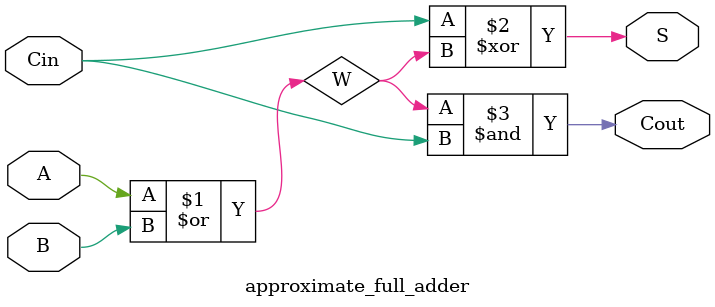
<source format=v>
module approximate_full_adder(A, B, Cin, S, Cout);
 input A, B, Cin;
 output S, Cout;

 wire W;

 assign W = A | B;
 assign S = Cin ^ W;
 assign Cout = W & Cin;

endmodule

</source>
